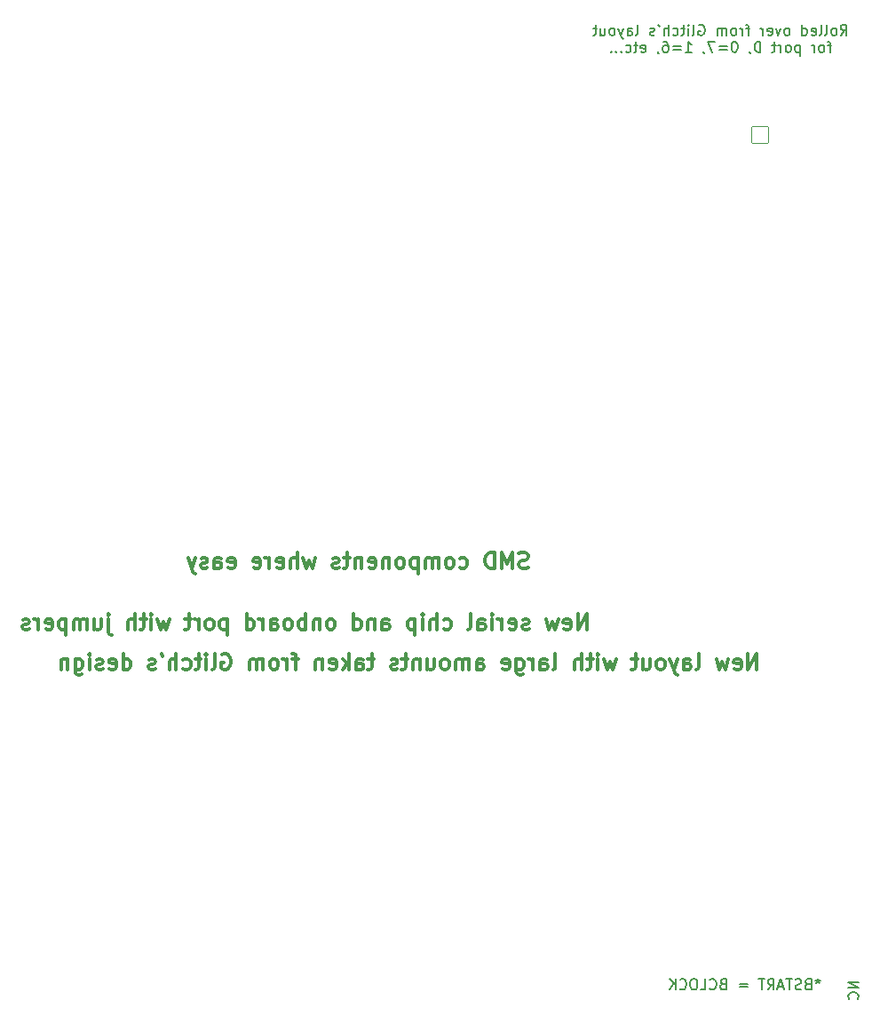
<source format=gbo>
%TF.GenerationSoftware,KiCad,Pcbnew,(6.0.0)*%
%TF.CreationDate,2022-03-15T02:00:18-04:00*%
%TF.ProjectId,R6501Q SBC,52363530-3151-4205-9342-432e6b696361,rev?*%
%TF.SameCoordinates,Original*%
%TF.FileFunction,Legend,Bot*%
%TF.FilePolarity,Positive*%
%FSLAX46Y46*%
G04 Gerber Fmt 4.6, Leading zero omitted, Abs format (unit mm)*
G04 Created by KiCad (PCBNEW (6.0.0)) date 2022-03-15 02:00:18*
%MOMM*%
%LPD*%
G01*
G04 APERTURE LIST*
G04 Aperture macros list*
%AMRoundRect*
0 Rectangle with rounded corners*
0 $1 Rounding radius*
0 $2 $3 $4 $5 $6 $7 $8 $9 X,Y pos of 4 corners*
0 Add a 4 corners polygon primitive as box body*
4,1,4,$2,$3,$4,$5,$6,$7,$8,$9,$2,$3,0*
0 Add four circle primitives for the rounded corners*
1,1,$1+$1,$2,$3*
1,1,$1+$1,$4,$5*
1,1,$1+$1,$6,$7*
1,1,$1+$1,$8,$9*
0 Add four rect primitives between the rounded corners*
20,1,$1+$1,$2,$3,$4,$5,0*
20,1,$1+$1,$4,$5,$6,$7,0*
20,1,$1+$1,$6,$7,$8,$9,0*
20,1,$1+$1,$8,$9,$2,$3,0*%
G04 Aperture macros list end*
%ADD10C,0.300000*%
%ADD11C,0.150000*%
%ADD12R,1.300000X1.300000*%
%ADD13C,1.300000*%
%ADD14R,1.600000X1.600000*%
%ADD15O,1.600000X1.600000*%
%ADD16R,1.700000X1.700000*%
%ADD17O,1.700000X1.700000*%
%ADD18C,1.500000*%
%ADD19C,4.800000*%
%ADD20C,5.600000*%
%ADD21C,1.700000*%
%ADD22C,3.500000*%
%ADD23C,2.100000*%
%ADD24C,1.750000*%
%ADD25RoundRect,0.050800X-0.800100X-0.800100X0.800100X-0.800100X0.800100X0.800100X-0.800100X0.800100X0*%
%ADD26C,1.701800*%
%ADD27C,1.600000*%
G04 APERTURE END LIST*
D10*
X135304571Y-90777142D02*
X135090285Y-90848571D01*
X134733142Y-90848571D01*
X134590285Y-90777142D01*
X134518857Y-90705714D01*
X134447428Y-90562857D01*
X134447428Y-90420000D01*
X134518857Y-90277142D01*
X134590285Y-90205714D01*
X134733142Y-90134285D01*
X135018857Y-90062857D01*
X135161714Y-89991428D01*
X135233142Y-89920000D01*
X135304571Y-89777142D01*
X135304571Y-89634285D01*
X135233142Y-89491428D01*
X135161714Y-89420000D01*
X135018857Y-89348571D01*
X134661714Y-89348571D01*
X134447428Y-89420000D01*
X133804571Y-90848571D02*
X133804571Y-89348571D01*
X133304571Y-90420000D01*
X132804571Y-89348571D01*
X132804571Y-90848571D01*
X132090285Y-90848571D02*
X132090285Y-89348571D01*
X131733142Y-89348571D01*
X131518857Y-89420000D01*
X131376000Y-89562857D01*
X131304571Y-89705714D01*
X131233142Y-89991428D01*
X131233142Y-90205714D01*
X131304571Y-90491428D01*
X131376000Y-90634285D01*
X131518857Y-90777142D01*
X131733142Y-90848571D01*
X132090285Y-90848571D01*
X128804571Y-90777142D02*
X128947428Y-90848571D01*
X129233142Y-90848571D01*
X129376000Y-90777142D01*
X129447428Y-90705714D01*
X129518857Y-90562857D01*
X129518857Y-90134285D01*
X129447428Y-89991428D01*
X129376000Y-89920000D01*
X129233142Y-89848571D01*
X128947428Y-89848571D01*
X128804571Y-89920000D01*
X127947428Y-90848571D02*
X128090285Y-90777142D01*
X128161714Y-90705714D01*
X128233142Y-90562857D01*
X128233142Y-90134285D01*
X128161714Y-89991428D01*
X128090285Y-89920000D01*
X127947428Y-89848571D01*
X127733142Y-89848571D01*
X127590285Y-89920000D01*
X127518857Y-89991428D01*
X127447428Y-90134285D01*
X127447428Y-90562857D01*
X127518857Y-90705714D01*
X127590285Y-90777142D01*
X127733142Y-90848571D01*
X127947428Y-90848571D01*
X126804571Y-90848571D02*
X126804571Y-89848571D01*
X126804571Y-89991428D02*
X126733142Y-89920000D01*
X126590285Y-89848571D01*
X126376000Y-89848571D01*
X126233142Y-89920000D01*
X126161714Y-90062857D01*
X126161714Y-90848571D01*
X126161714Y-90062857D02*
X126090285Y-89920000D01*
X125947428Y-89848571D01*
X125733142Y-89848571D01*
X125590285Y-89920000D01*
X125518857Y-90062857D01*
X125518857Y-90848571D01*
X124804571Y-89848571D02*
X124804571Y-91348571D01*
X124804571Y-89920000D02*
X124661714Y-89848571D01*
X124376000Y-89848571D01*
X124233142Y-89920000D01*
X124161714Y-89991428D01*
X124090285Y-90134285D01*
X124090285Y-90562857D01*
X124161714Y-90705714D01*
X124233142Y-90777142D01*
X124376000Y-90848571D01*
X124661714Y-90848571D01*
X124804571Y-90777142D01*
X123233142Y-90848571D02*
X123376000Y-90777142D01*
X123447428Y-90705714D01*
X123518857Y-90562857D01*
X123518857Y-90134285D01*
X123447428Y-89991428D01*
X123376000Y-89920000D01*
X123233142Y-89848571D01*
X123018857Y-89848571D01*
X122876000Y-89920000D01*
X122804571Y-89991428D01*
X122733142Y-90134285D01*
X122733142Y-90562857D01*
X122804571Y-90705714D01*
X122876000Y-90777142D01*
X123018857Y-90848571D01*
X123233142Y-90848571D01*
X122090285Y-89848571D02*
X122090285Y-90848571D01*
X122090285Y-89991428D02*
X122018857Y-89920000D01*
X121876000Y-89848571D01*
X121661714Y-89848571D01*
X121518857Y-89920000D01*
X121447428Y-90062857D01*
X121447428Y-90848571D01*
X120161714Y-90777142D02*
X120304571Y-90848571D01*
X120590285Y-90848571D01*
X120733142Y-90777142D01*
X120804571Y-90634285D01*
X120804571Y-90062857D01*
X120733142Y-89920000D01*
X120590285Y-89848571D01*
X120304571Y-89848571D01*
X120161714Y-89920000D01*
X120090285Y-90062857D01*
X120090285Y-90205714D01*
X120804571Y-90348571D01*
X119447428Y-89848571D02*
X119447428Y-90848571D01*
X119447428Y-89991428D02*
X119376000Y-89920000D01*
X119233142Y-89848571D01*
X119018857Y-89848571D01*
X118876000Y-89920000D01*
X118804571Y-90062857D01*
X118804571Y-90848571D01*
X118304571Y-89848571D02*
X117733142Y-89848571D01*
X118090285Y-89348571D02*
X118090285Y-90634285D01*
X118018857Y-90777142D01*
X117876000Y-90848571D01*
X117733142Y-90848571D01*
X117304571Y-90777142D02*
X117161714Y-90848571D01*
X116876000Y-90848571D01*
X116733142Y-90777142D01*
X116661714Y-90634285D01*
X116661714Y-90562857D01*
X116733142Y-90420000D01*
X116876000Y-90348571D01*
X117090285Y-90348571D01*
X117233142Y-90277142D01*
X117304571Y-90134285D01*
X117304571Y-90062857D01*
X117233142Y-89920000D01*
X117090285Y-89848571D01*
X116876000Y-89848571D01*
X116733142Y-89920000D01*
X115018857Y-89848571D02*
X114733142Y-90848571D01*
X114447428Y-90134285D01*
X114161714Y-90848571D01*
X113876000Y-89848571D01*
X113304571Y-90848571D02*
X113304571Y-89348571D01*
X112661714Y-90848571D02*
X112661714Y-90062857D01*
X112733142Y-89920000D01*
X112876000Y-89848571D01*
X113090285Y-89848571D01*
X113233142Y-89920000D01*
X113304571Y-89991428D01*
X111376000Y-90777142D02*
X111518857Y-90848571D01*
X111804571Y-90848571D01*
X111947428Y-90777142D01*
X112018857Y-90634285D01*
X112018857Y-90062857D01*
X111947428Y-89920000D01*
X111804571Y-89848571D01*
X111518857Y-89848571D01*
X111376000Y-89920000D01*
X111304571Y-90062857D01*
X111304571Y-90205714D01*
X112018857Y-90348571D01*
X110661714Y-90848571D02*
X110661714Y-89848571D01*
X110661714Y-90134285D02*
X110590285Y-89991428D01*
X110518857Y-89920000D01*
X110376000Y-89848571D01*
X110233142Y-89848571D01*
X109161714Y-90777142D02*
X109304571Y-90848571D01*
X109590285Y-90848571D01*
X109733142Y-90777142D01*
X109804571Y-90634285D01*
X109804571Y-90062857D01*
X109733142Y-89920000D01*
X109590285Y-89848571D01*
X109304571Y-89848571D01*
X109161714Y-89920000D01*
X109090285Y-90062857D01*
X109090285Y-90205714D01*
X109804571Y-90348571D01*
X106733142Y-90777142D02*
X106876000Y-90848571D01*
X107161714Y-90848571D01*
X107304571Y-90777142D01*
X107376000Y-90634285D01*
X107376000Y-90062857D01*
X107304571Y-89920000D01*
X107161714Y-89848571D01*
X106876000Y-89848571D01*
X106733142Y-89920000D01*
X106661714Y-90062857D01*
X106661714Y-90205714D01*
X107376000Y-90348571D01*
X105376000Y-90848571D02*
X105376000Y-90062857D01*
X105447428Y-89920000D01*
X105590285Y-89848571D01*
X105876000Y-89848571D01*
X106018857Y-89920000D01*
X105376000Y-90777142D02*
X105518857Y-90848571D01*
X105876000Y-90848571D01*
X106018857Y-90777142D01*
X106090285Y-90634285D01*
X106090285Y-90491428D01*
X106018857Y-90348571D01*
X105876000Y-90277142D01*
X105518857Y-90277142D01*
X105376000Y-90205714D01*
X104733142Y-90777142D02*
X104590285Y-90848571D01*
X104304571Y-90848571D01*
X104161714Y-90777142D01*
X104090285Y-90634285D01*
X104090285Y-90562857D01*
X104161714Y-90420000D01*
X104304571Y-90348571D01*
X104518857Y-90348571D01*
X104661714Y-90277142D01*
X104733142Y-90134285D01*
X104733142Y-90062857D01*
X104661714Y-89920000D01*
X104518857Y-89848571D01*
X104304571Y-89848571D01*
X104161714Y-89920000D01*
X103590285Y-89848571D02*
X103233142Y-90848571D01*
X102876000Y-89848571D02*
X103233142Y-90848571D01*
X103376000Y-91205714D01*
X103447428Y-91277142D01*
X103590285Y-91348571D01*
D11*
X165122380Y-40033380D02*
X165455714Y-39557190D01*
X165693809Y-40033380D02*
X165693809Y-39033380D01*
X165312857Y-39033380D01*
X165217619Y-39081000D01*
X165170000Y-39128619D01*
X165122380Y-39223857D01*
X165122380Y-39366714D01*
X165170000Y-39461952D01*
X165217619Y-39509571D01*
X165312857Y-39557190D01*
X165693809Y-39557190D01*
X164550952Y-40033380D02*
X164646190Y-39985761D01*
X164693809Y-39938142D01*
X164741428Y-39842904D01*
X164741428Y-39557190D01*
X164693809Y-39461952D01*
X164646190Y-39414333D01*
X164550952Y-39366714D01*
X164408095Y-39366714D01*
X164312857Y-39414333D01*
X164265238Y-39461952D01*
X164217619Y-39557190D01*
X164217619Y-39842904D01*
X164265238Y-39938142D01*
X164312857Y-39985761D01*
X164408095Y-40033380D01*
X164550952Y-40033380D01*
X163646190Y-40033380D02*
X163741428Y-39985761D01*
X163789047Y-39890523D01*
X163789047Y-39033380D01*
X163122380Y-40033380D02*
X163217619Y-39985761D01*
X163265238Y-39890523D01*
X163265238Y-39033380D01*
X162360476Y-39985761D02*
X162455714Y-40033380D01*
X162646190Y-40033380D01*
X162741428Y-39985761D01*
X162789047Y-39890523D01*
X162789047Y-39509571D01*
X162741428Y-39414333D01*
X162646190Y-39366714D01*
X162455714Y-39366714D01*
X162360476Y-39414333D01*
X162312857Y-39509571D01*
X162312857Y-39604809D01*
X162789047Y-39700047D01*
X161455714Y-40033380D02*
X161455714Y-39033380D01*
X161455714Y-39985761D02*
X161550952Y-40033380D01*
X161741428Y-40033380D01*
X161836666Y-39985761D01*
X161884285Y-39938142D01*
X161931904Y-39842904D01*
X161931904Y-39557190D01*
X161884285Y-39461952D01*
X161836666Y-39414333D01*
X161741428Y-39366714D01*
X161550952Y-39366714D01*
X161455714Y-39414333D01*
X160074761Y-40033380D02*
X160170000Y-39985761D01*
X160217619Y-39938142D01*
X160265238Y-39842904D01*
X160265238Y-39557190D01*
X160217619Y-39461952D01*
X160170000Y-39414333D01*
X160074761Y-39366714D01*
X159931904Y-39366714D01*
X159836666Y-39414333D01*
X159789047Y-39461952D01*
X159741428Y-39557190D01*
X159741428Y-39842904D01*
X159789047Y-39938142D01*
X159836666Y-39985761D01*
X159931904Y-40033380D01*
X160074761Y-40033380D01*
X159408095Y-39366714D02*
X159170000Y-40033380D01*
X158931904Y-39366714D01*
X158170000Y-39985761D02*
X158265238Y-40033380D01*
X158455714Y-40033380D01*
X158550952Y-39985761D01*
X158598571Y-39890523D01*
X158598571Y-39509571D01*
X158550952Y-39414333D01*
X158455714Y-39366714D01*
X158265238Y-39366714D01*
X158170000Y-39414333D01*
X158122380Y-39509571D01*
X158122380Y-39604809D01*
X158598571Y-39700047D01*
X157693809Y-40033380D02*
X157693809Y-39366714D01*
X157693809Y-39557190D02*
X157646190Y-39461952D01*
X157598571Y-39414333D01*
X157503333Y-39366714D01*
X157408095Y-39366714D01*
X156455714Y-39366714D02*
X156074761Y-39366714D01*
X156312857Y-40033380D02*
X156312857Y-39176238D01*
X156265238Y-39081000D01*
X156170000Y-39033380D01*
X156074761Y-39033380D01*
X155741428Y-40033380D02*
X155741428Y-39366714D01*
X155741428Y-39557190D02*
X155693809Y-39461952D01*
X155646190Y-39414333D01*
X155550952Y-39366714D01*
X155455714Y-39366714D01*
X154979523Y-40033380D02*
X155074761Y-39985761D01*
X155122380Y-39938142D01*
X155170000Y-39842904D01*
X155170000Y-39557190D01*
X155122380Y-39461952D01*
X155074761Y-39414333D01*
X154979523Y-39366714D01*
X154836666Y-39366714D01*
X154741428Y-39414333D01*
X154693809Y-39461952D01*
X154646190Y-39557190D01*
X154646190Y-39842904D01*
X154693809Y-39938142D01*
X154741428Y-39985761D01*
X154836666Y-40033380D01*
X154979523Y-40033380D01*
X154217619Y-40033380D02*
X154217619Y-39366714D01*
X154217619Y-39461952D02*
X154170000Y-39414333D01*
X154074761Y-39366714D01*
X153931904Y-39366714D01*
X153836666Y-39414333D01*
X153789047Y-39509571D01*
X153789047Y-40033380D01*
X153789047Y-39509571D02*
X153741428Y-39414333D01*
X153646190Y-39366714D01*
X153503333Y-39366714D01*
X153408095Y-39414333D01*
X153360476Y-39509571D01*
X153360476Y-40033380D01*
X151598571Y-39081000D02*
X151693809Y-39033380D01*
X151836666Y-39033380D01*
X151979523Y-39081000D01*
X152074761Y-39176238D01*
X152122380Y-39271476D01*
X152170000Y-39461952D01*
X152170000Y-39604809D01*
X152122380Y-39795285D01*
X152074761Y-39890523D01*
X151979523Y-39985761D01*
X151836666Y-40033380D01*
X151741428Y-40033380D01*
X151598571Y-39985761D01*
X151550952Y-39938142D01*
X151550952Y-39604809D01*
X151741428Y-39604809D01*
X150979523Y-40033380D02*
X151074761Y-39985761D01*
X151122380Y-39890523D01*
X151122380Y-39033380D01*
X150598571Y-40033380D02*
X150598571Y-39366714D01*
X150598571Y-39033380D02*
X150646190Y-39081000D01*
X150598571Y-39128619D01*
X150550952Y-39081000D01*
X150598571Y-39033380D01*
X150598571Y-39128619D01*
X150265238Y-39366714D02*
X149884285Y-39366714D01*
X150122380Y-39033380D02*
X150122380Y-39890523D01*
X150074761Y-39985761D01*
X149979523Y-40033380D01*
X149884285Y-40033380D01*
X149122380Y-39985761D02*
X149217619Y-40033380D01*
X149408095Y-40033380D01*
X149503333Y-39985761D01*
X149550952Y-39938142D01*
X149598571Y-39842904D01*
X149598571Y-39557190D01*
X149550952Y-39461952D01*
X149503333Y-39414333D01*
X149408095Y-39366714D01*
X149217619Y-39366714D01*
X149122380Y-39414333D01*
X148693809Y-40033380D02*
X148693809Y-39033380D01*
X148265238Y-40033380D02*
X148265238Y-39509571D01*
X148312857Y-39414333D01*
X148408095Y-39366714D01*
X148550952Y-39366714D01*
X148646190Y-39414333D01*
X148693809Y-39461952D01*
X147741428Y-39033380D02*
X147836666Y-39223857D01*
X147360476Y-39985761D02*
X147265238Y-40033380D01*
X147074761Y-40033380D01*
X146979523Y-39985761D01*
X146931904Y-39890523D01*
X146931904Y-39842904D01*
X146979523Y-39747666D01*
X147074761Y-39700047D01*
X147217619Y-39700047D01*
X147312857Y-39652428D01*
X147360476Y-39557190D01*
X147360476Y-39509571D01*
X147312857Y-39414333D01*
X147217619Y-39366714D01*
X147074761Y-39366714D01*
X146979523Y-39414333D01*
X145598571Y-40033380D02*
X145693809Y-39985761D01*
X145741428Y-39890523D01*
X145741428Y-39033380D01*
X144789047Y-40033380D02*
X144789047Y-39509571D01*
X144836666Y-39414333D01*
X144931904Y-39366714D01*
X145122380Y-39366714D01*
X145217619Y-39414333D01*
X144789047Y-39985761D02*
X144884285Y-40033380D01*
X145122380Y-40033380D01*
X145217619Y-39985761D01*
X145265238Y-39890523D01*
X145265238Y-39795285D01*
X145217619Y-39700047D01*
X145122380Y-39652428D01*
X144884285Y-39652428D01*
X144789047Y-39604809D01*
X144408095Y-39366714D02*
X144170000Y-40033380D01*
X143931904Y-39366714D02*
X144170000Y-40033380D01*
X144265238Y-40271476D01*
X144312857Y-40319095D01*
X144408095Y-40366714D01*
X143408095Y-40033380D02*
X143503333Y-39985761D01*
X143550952Y-39938142D01*
X143598571Y-39842904D01*
X143598571Y-39557190D01*
X143550952Y-39461952D01*
X143503333Y-39414333D01*
X143408095Y-39366714D01*
X143265238Y-39366714D01*
X143170000Y-39414333D01*
X143122380Y-39461952D01*
X143074761Y-39557190D01*
X143074761Y-39842904D01*
X143122380Y-39938142D01*
X143170000Y-39985761D01*
X143265238Y-40033380D01*
X143408095Y-40033380D01*
X142217619Y-39366714D02*
X142217619Y-40033380D01*
X142646190Y-39366714D02*
X142646190Y-39890523D01*
X142598571Y-39985761D01*
X142503333Y-40033380D01*
X142360476Y-40033380D01*
X142265238Y-39985761D01*
X142217619Y-39938142D01*
X141884285Y-39366714D02*
X141503333Y-39366714D01*
X141741428Y-39033380D02*
X141741428Y-39890523D01*
X141693809Y-39985761D01*
X141598571Y-40033380D01*
X141503333Y-40033380D01*
X164241428Y-40976714D02*
X163860476Y-40976714D01*
X164098571Y-41643380D02*
X164098571Y-40786238D01*
X164050952Y-40691000D01*
X163955714Y-40643380D01*
X163860476Y-40643380D01*
X163384285Y-41643380D02*
X163479523Y-41595761D01*
X163527142Y-41548142D01*
X163574761Y-41452904D01*
X163574761Y-41167190D01*
X163527142Y-41071952D01*
X163479523Y-41024333D01*
X163384285Y-40976714D01*
X163241428Y-40976714D01*
X163146190Y-41024333D01*
X163098571Y-41071952D01*
X163050952Y-41167190D01*
X163050952Y-41452904D01*
X163098571Y-41548142D01*
X163146190Y-41595761D01*
X163241428Y-41643380D01*
X163384285Y-41643380D01*
X162622380Y-41643380D02*
X162622380Y-40976714D01*
X162622380Y-41167190D02*
X162574761Y-41071952D01*
X162527142Y-41024333D01*
X162431904Y-40976714D01*
X162336666Y-40976714D01*
X161241428Y-40976714D02*
X161241428Y-41976714D01*
X161241428Y-41024333D02*
X161146190Y-40976714D01*
X160955714Y-40976714D01*
X160860476Y-41024333D01*
X160812857Y-41071952D01*
X160765238Y-41167190D01*
X160765238Y-41452904D01*
X160812857Y-41548142D01*
X160860476Y-41595761D01*
X160955714Y-41643380D01*
X161146190Y-41643380D01*
X161241428Y-41595761D01*
X160193809Y-41643380D02*
X160289047Y-41595761D01*
X160336666Y-41548142D01*
X160384285Y-41452904D01*
X160384285Y-41167190D01*
X160336666Y-41071952D01*
X160289047Y-41024333D01*
X160193809Y-40976714D01*
X160050952Y-40976714D01*
X159955714Y-41024333D01*
X159908095Y-41071952D01*
X159860476Y-41167190D01*
X159860476Y-41452904D01*
X159908095Y-41548142D01*
X159955714Y-41595761D01*
X160050952Y-41643380D01*
X160193809Y-41643380D01*
X159431904Y-41643380D02*
X159431904Y-40976714D01*
X159431904Y-41167190D02*
X159384285Y-41071952D01*
X159336666Y-41024333D01*
X159241428Y-40976714D01*
X159146190Y-40976714D01*
X158955714Y-40976714D02*
X158574761Y-40976714D01*
X158812857Y-40643380D02*
X158812857Y-41500523D01*
X158765238Y-41595761D01*
X158670000Y-41643380D01*
X158574761Y-41643380D01*
X157479523Y-41643380D02*
X157479523Y-40643380D01*
X157241428Y-40643380D01*
X157098571Y-40691000D01*
X157003333Y-40786238D01*
X156955714Y-40881476D01*
X156908095Y-41071952D01*
X156908095Y-41214809D01*
X156955714Y-41405285D01*
X157003333Y-41500523D01*
X157098571Y-41595761D01*
X157241428Y-41643380D01*
X157479523Y-41643380D01*
X156431904Y-41595761D02*
X156431904Y-41643380D01*
X156479523Y-41738619D01*
X156527142Y-41786238D01*
X155050952Y-40643380D02*
X154955714Y-40643380D01*
X154860476Y-40691000D01*
X154812857Y-40738619D01*
X154765238Y-40833857D01*
X154717619Y-41024333D01*
X154717619Y-41262428D01*
X154765238Y-41452904D01*
X154812857Y-41548142D01*
X154860476Y-41595761D01*
X154955714Y-41643380D01*
X155050952Y-41643380D01*
X155146190Y-41595761D01*
X155193809Y-41548142D01*
X155241428Y-41452904D01*
X155289047Y-41262428D01*
X155289047Y-41024333D01*
X155241428Y-40833857D01*
X155193809Y-40738619D01*
X155146190Y-40691000D01*
X155050952Y-40643380D01*
X154289047Y-41119571D02*
X153527142Y-41119571D01*
X153527142Y-41405285D02*
X154289047Y-41405285D01*
X153146190Y-40643380D02*
X152479523Y-40643380D01*
X152908095Y-41643380D01*
X152050952Y-41595761D02*
X152050952Y-41643380D01*
X152098571Y-41738619D01*
X152146190Y-41786238D01*
X150336666Y-41643380D02*
X150908095Y-41643380D01*
X150622380Y-41643380D02*
X150622380Y-40643380D01*
X150717619Y-40786238D01*
X150812857Y-40881476D01*
X150908095Y-40929095D01*
X149908095Y-41119571D02*
X149146190Y-41119571D01*
X149146190Y-41405285D02*
X149908095Y-41405285D01*
X148241428Y-40643380D02*
X148431904Y-40643380D01*
X148527142Y-40691000D01*
X148574761Y-40738619D01*
X148670000Y-40881476D01*
X148717619Y-41071952D01*
X148717619Y-41452904D01*
X148670000Y-41548142D01*
X148622380Y-41595761D01*
X148527142Y-41643380D01*
X148336666Y-41643380D01*
X148241428Y-41595761D01*
X148193809Y-41548142D01*
X148146190Y-41452904D01*
X148146190Y-41214809D01*
X148193809Y-41119571D01*
X148241428Y-41071952D01*
X148336666Y-41024333D01*
X148527142Y-41024333D01*
X148622380Y-41071952D01*
X148670000Y-41119571D01*
X148717619Y-41214809D01*
X147670000Y-41595761D02*
X147670000Y-41643380D01*
X147717619Y-41738619D01*
X147765238Y-41786238D01*
X146098571Y-41595761D02*
X146193809Y-41643380D01*
X146384285Y-41643380D01*
X146479523Y-41595761D01*
X146527142Y-41500523D01*
X146527142Y-41119571D01*
X146479523Y-41024333D01*
X146384285Y-40976714D01*
X146193809Y-40976714D01*
X146098571Y-41024333D01*
X146050952Y-41119571D01*
X146050952Y-41214809D01*
X146527142Y-41310047D01*
X145765238Y-40976714D02*
X145384285Y-40976714D01*
X145622380Y-40643380D02*
X145622380Y-41500523D01*
X145574761Y-41595761D01*
X145479523Y-41643380D01*
X145384285Y-41643380D01*
X144622380Y-41595761D02*
X144717619Y-41643380D01*
X144908095Y-41643380D01*
X145003333Y-41595761D01*
X145050952Y-41548142D01*
X145098571Y-41452904D01*
X145098571Y-41167190D01*
X145050952Y-41071952D01*
X145003333Y-41024333D01*
X144908095Y-40976714D01*
X144717619Y-40976714D01*
X144622380Y-41024333D01*
X144193809Y-41548142D02*
X144146190Y-41595761D01*
X144193809Y-41643380D01*
X144241428Y-41595761D01*
X144193809Y-41548142D01*
X144193809Y-41643380D01*
X143717619Y-41548142D02*
X143670000Y-41595761D01*
X143717619Y-41643380D01*
X143765238Y-41595761D01*
X143717619Y-41548142D01*
X143717619Y-41643380D01*
X143241428Y-41548142D02*
X143193809Y-41595761D01*
X143241428Y-41643380D01*
X143289047Y-41595761D01*
X143241428Y-41548142D01*
X143241428Y-41643380D01*
X162932190Y-130008380D02*
X162932190Y-130246476D01*
X163170285Y-130151238D02*
X162932190Y-130246476D01*
X162694095Y-130151238D01*
X163075047Y-130436952D02*
X162932190Y-130246476D01*
X162789333Y-130436952D01*
X161979809Y-130484571D02*
X161836952Y-130532190D01*
X161789333Y-130579809D01*
X161741714Y-130675047D01*
X161741714Y-130817904D01*
X161789333Y-130913142D01*
X161836952Y-130960761D01*
X161932190Y-131008380D01*
X162313142Y-131008380D01*
X162313142Y-130008380D01*
X161979809Y-130008380D01*
X161884571Y-130056000D01*
X161836952Y-130103619D01*
X161789333Y-130198857D01*
X161789333Y-130294095D01*
X161836952Y-130389333D01*
X161884571Y-130436952D01*
X161979809Y-130484571D01*
X162313142Y-130484571D01*
X161360761Y-130960761D02*
X161217904Y-131008380D01*
X160979809Y-131008380D01*
X160884571Y-130960761D01*
X160836952Y-130913142D01*
X160789333Y-130817904D01*
X160789333Y-130722666D01*
X160836952Y-130627428D01*
X160884571Y-130579809D01*
X160979809Y-130532190D01*
X161170285Y-130484571D01*
X161265523Y-130436952D01*
X161313142Y-130389333D01*
X161360761Y-130294095D01*
X161360761Y-130198857D01*
X161313142Y-130103619D01*
X161265523Y-130056000D01*
X161170285Y-130008380D01*
X160932190Y-130008380D01*
X160789333Y-130056000D01*
X160503619Y-130008380D02*
X159932190Y-130008380D01*
X160217904Y-131008380D02*
X160217904Y-130008380D01*
X159646476Y-130722666D02*
X159170285Y-130722666D01*
X159741714Y-131008380D02*
X159408380Y-130008380D01*
X159075047Y-131008380D01*
X158170285Y-131008380D02*
X158503619Y-130532190D01*
X158741714Y-131008380D02*
X158741714Y-130008380D01*
X158360761Y-130008380D01*
X158265523Y-130056000D01*
X158217904Y-130103619D01*
X158170285Y-130198857D01*
X158170285Y-130341714D01*
X158217904Y-130436952D01*
X158265523Y-130484571D01*
X158360761Y-130532190D01*
X158741714Y-130532190D01*
X157884571Y-130008380D02*
X157313142Y-130008380D01*
X157598857Y-131008380D02*
X157598857Y-130008380D01*
X156217904Y-130484571D02*
X155456000Y-130484571D01*
X155456000Y-130770285D02*
X156217904Y-130770285D01*
X153884571Y-130484571D02*
X153741714Y-130532190D01*
X153694095Y-130579809D01*
X153646476Y-130675047D01*
X153646476Y-130817904D01*
X153694095Y-130913142D01*
X153741714Y-130960761D01*
X153836952Y-131008380D01*
X154217904Y-131008380D01*
X154217904Y-130008380D01*
X153884571Y-130008380D01*
X153789333Y-130056000D01*
X153741714Y-130103619D01*
X153694095Y-130198857D01*
X153694095Y-130294095D01*
X153741714Y-130389333D01*
X153789333Y-130436952D01*
X153884571Y-130484571D01*
X154217904Y-130484571D01*
X152646476Y-130913142D02*
X152694095Y-130960761D01*
X152836952Y-131008380D01*
X152932190Y-131008380D01*
X153075047Y-130960761D01*
X153170285Y-130865523D01*
X153217904Y-130770285D01*
X153265523Y-130579809D01*
X153265523Y-130436952D01*
X153217904Y-130246476D01*
X153170285Y-130151238D01*
X153075047Y-130056000D01*
X152932190Y-130008380D01*
X152836952Y-130008380D01*
X152694095Y-130056000D01*
X152646476Y-130103619D01*
X151741714Y-131008380D02*
X152217904Y-131008380D01*
X152217904Y-130008380D01*
X151217904Y-130008380D02*
X151027428Y-130008380D01*
X150932190Y-130056000D01*
X150836952Y-130151238D01*
X150789333Y-130341714D01*
X150789333Y-130675047D01*
X150836952Y-130865523D01*
X150932190Y-130960761D01*
X151027428Y-131008380D01*
X151217904Y-131008380D01*
X151313142Y-130960761D01*
X151408380Y-130865523D01*
X151456000Y-130675047D01*
X151456000Y-130341714D01*
X151408380Y-130151238D01*
X151313142Y-130056000D01*
X151217904Y-130008380D01*
X149789333Y-130913142D02*
X149836952Y-130960761D01*
X149979809Y-131008380D01*
X150075047Y-131008380D01*
X150217904Y-130960761D01*
X150313142Y-130865523D01*
X150360761Y-130770285D01*
X150408380Y-130579809D01*
X150408380Y-130436952D01*
X150360761Y-130246476D01*
X150313142Y-130151238D01*
X150217904Y-130056000D01*
X150075047Y-130008380D01*
X149979809Y-130008380D01*
X149836952Y-130056000D01*
X149789333Y-130103619D01*
X149360761Y-131008380D02*
X149360761Y-130008380D01*
X148789333Y-131008380D02*
X149217904Y-130436952D01*
X148789333Y-130008380D02*
X149360761Y-130579809D01*
D10*
X157130571Y-100500571D02*
X157130571Y-99000571D01*
X156273428Y-100500571D01*
X156273428Y-99000571D01*
X154987714Y-100429142D02*
X155130571Y-100500571D01*
X155416285Y-100500571D01*
X155559142Y-100429142D01*
X155630571Y-100286285D01*
X155630571Y-99714857D01*
X155559142Y-99572000D01*
X155416285Y-99500571D01*
X155130571Y-99500571D01*
X154987714Y-99572000D01*
X154916285Y-99714857D01*
X154916285Y-99857714D01*
X155630571Y-100000571D01*
X154416285Y-99500571D02*
X154130571Y-100500571D01*
X153844857Y-99786285D01*
X153559142Y-100500571D01*
X153273428Y-99500571D01*
X151344857Y-100500571D02*
X151487714Y-100429142D01*
X151559142Y-100286285D01*
X151559142Y-99000571D01*
X150130571Y-100500571D02*
X150130571Y-99714857D01*
X150202000Y-99572000D01*
X150344857Y-99500571D01*
X150630571Y-99500571D01*
X150773428Y-99572000D01*
X150130571Y-100429142D02*
X150273428Y-100500571D01*
X150630571Y-100500571D01*
X150773428Y-100429142D01*
X150844857Y-100286285D01*
X150844857Y-100143428D01*
X150773428Y-100000571D01*
X150630571Y-99929142D01*
X150273428Y-99929142D01*
X150130571Y-99857714D01*
X149559142Y-99500571D02*
X149202000Y-100500571D01*
X148844857Y-99500571D02*
X149202000Y-100500571D01*
X149344857Y-100857714D01*
X149416285Y-100929142D01*
X149559142Y-101000571D01*
X148059142Y-100500571D02*
X148202000Y-100429142D01*
X148273428Y-100357714D01*
X148344857Y-100214857D01*
X148344857Y-99786285D01*
X148273428Y-99643428D01*
X148202000Y-99572000D01*
X148059142Y-99500571D01*
X147844857Y-99500571D01*
X147702000Y-99572000D01*
X147630571Y-99643428D01*
X147559142Y-99786285D01*
X147559142Y-100214857D01*
X147630571Y-100357714D01*
X147702000Y-100429142D01*
X147844857Y-100500571D01*
X148059142Y-100500571D01*
X146273428Y-99500571D02*
X146273428Y-100500571D01*
X146916285Y-99500571D02*
X146916285Y-100286285D01*
X146844857Y-100429142D01*
X146702000Y-100500571D01*
X146487714Y-100500571D01*
X146344857Y-100429142D01*
X146273428Y-100357714D01*
X145773428Y-99500571D02*
X145202000Y-99500571D01*
X145559142Y-99000571D02*
X145559142Y-100286285D01*
X145487714Y-100429142D01*
X145344857Y-100500571D01*
X145202000Y-100500571D01*
X143702000Y-99500571D02*
X143416285Y-100500571D01*
X143130571Y-99786285D01*
X142844857Y-100500571D01*
X142559142Y-99500571D01*
X141987714Y-100500571D02*
X141987714Y-99500571D01*
X141987714Y-99000571D02*
X142059142Y-99072000D01*
X141987714Y-99143428D01*
X141916285Y-99072000D01*
X141987714Y-99000571D01*
X141987714Y-99143428D01*
X141487714Y-99500571D02*
X140916285Y-99500571D01*
X141273428Y-99000571D02*
X141273428Y-100286285D01*
X141202000Y-100429142D01*
X141059142Y-100500571D01*
X140916285Y-100500571D01*
X140416285Y-100500571D02*
X140416285Y-99000571D01*
X139773428Y-100500571D02*
X139773428Y-99714857D01*
X139844857Y-99572000D01*
X139987714Y-99500571D01*
X140202000Y-99500571D01*
X140344857Y-99572000D01*
X140416285Y-99643428D01*
X137702000Y-100500571D02*
X137844857Y-100429142D01*
X137916285Y-100286285D01*
X137916285Y-99000571D01*
X136487714Y-100500571D02*
X136487714Y-99714857D01*
X136559142Y-99572000D01*
X136702000Y-99500571D01*
X136987714Y-99500571D01*
X137130571Y-99572000D01*
X136487714Y-100429142D02*
X136630571Y-100500571D01*
X136987714Y-100500571D01*
X137130571Y-100429142D01*
X137202000Y-100286285D01*
X137202000Y-100143428D01*
X137130571Y-100000571D01*
X136987714Y-99929142D01*
X136630571Y-99929142D01*
X136487714Y-99857714D01*
X135773428Y-100500571D02*
X135773428Y-99500571D01*
X135773428Y-99786285D02*
X135702000Y-99643428D01*
X135630571Y-99572000D01*
X135487714Y-99500571D01*
X135344857Y-99500571D01*
X134202000Y-99500571D02*
X134202000Y-100714857D01*
X134273428Y-100857714D01*
X134344857Y-100929142D01*
X134487714Y-101000571D01*
X134702000Y-101000571D01*
X134844857Y-100929142D01*
X134202000Y-100429142D02*
X134344857Y-100500571D01*
X134630571Y-100500571D01*
X134773428Y-100429142D01*
X134844857Y-100357714D01*
X134916285Y-100214857D01*
X134916285Y-99786285D01*
X134844857Y-99643428D01*
X134773428Y-99572000D01*
X134630571Y-99500571D01*
X134344857Y-99500571D01*
X134202000Y-99572000D01*
X132916285Y-100429142D02*
X133059142Y-100500571D01*
X133344857Y-100500571D01*
X133487714Y-100429142D01*
X133559142Y-100286285D01*
X133559142Y-99714857D01*
X133487714Y-99572000D01*
X133344857Y-99500571D01*
X133059142Y-99500571D01*
X132916285Y-99572000D01*
X132844857Y-99714857D01*
X132844857Y-99857714D01*
X133559142Y-100000571D01*
X130416285Y-100500571D02*
X130416285Y-99714857D01*
X130487714Y-99572000D01*
X130630571Y-99500571D01*
X130916285Y-99500571D01*
X131059142Y-99572000D01*
X130416285Y-100429142D02*
X130559142Y-100500571D01*
X130916285Y-100500571D01*
X131059142Y-100429142D01*
X131130571Y-100286285D01*
X131130571Y-100143428D01*
X131059142Y-100000571D01*
X130916285Y-99929142D01*
X130559142Y-99929142D01*
X130416285Y-99857714D01*
X129702000Y-100500571D02*
X129702000Y-99500571D01*
X129702000Y-99643428D02*
X129630571Y-99572000D01*
X129487714Y-99500571D01*
X129273428Y-99500571D01*
X129130571Y-99572000D01*
X129059142Y-99714857D01*
X129059142Y-100500571D01*
X129059142Y-99714857D02*
X128987714Y-99572000D01*
X128844857Y-99500571D01*
X128630571Y-99500571D01*
X128487714Y-99572000D01*
X128416285Y-99714857D01*
X128416285Y-100500571D01*
X127487714Y-100500571D02*
X127630571Y-100429142D01*
X127702000Y-100357714D01*
X127773428Y-100214857D01*
X127773428Y-99786285D01*
X127702000Y-99643428D01*
X127630571Y-99572000D01*
X127487714Y-99500571D01*
X127273428Y-99500571D01*
X127130571Y-99572000D01*
X127059142Y-99643428D01*
X126987714Y-99786285D01*
X126987714Y-100214857D01*
X127059142Y-100357714D01*
X127130571Y-100429142D01*
X127273428Y-100500571D01*
X127487714Y-100500571D01*
X125702000Y-99500571D02*
X125702000Y-100500571D01*
X126344857Y-99500571D02*
X126344857Y-100286285D01*
X126273428Y-100429142D01*
X126130571Y-100500571D01*
X125916285Y-100500571D01*
X125773428Y-100429142D01*
X125702000Y-100357714D01*
X124987714Y-99500571D02*
X124987714Y-100500571D01*
X124987714Y-99643428D02*
X124916285Y-99572000D01*
X124773428Y-99500571D01*
X124559142Y-99500571D01*
X124416285Y-99572000D01*
X124344857Y-99714857D01*
X124344857Y-100500571D01*
X123844857Y-99500571D02*
X123273428Y-99500571D01*
X123630571Y-99000571D02*
X123630571Y-100286285D01*
X123559142Y-100429142D01*
X123416285Y-100500571D01*
X123273428Y-100500571D01*
X122844857Y-100429142D02*
X122701999Y-100500571D01*
X122416285Y-100500571D01*
X122273428Y-100429142D01*
X122201999Y-100286285D01*
X122201999Y-100214857D01*
X122273428Y-100072000D01*
X122416285Y-100000571D01*
X122630571Y-100000571D01*
X122773428Y-99929142D01*
X122844857Y-99786285D01*
X122844857Y-99714857D01*
X122773428Y-99572000D01*
X122630571Y-99500571D01*
X122416285Y-99500571D01*
X122273428Y-99572000D01*
X120630571Y-99500571D02*
X120059142Y-99500571D01*
X120416285Y-99000571D02*
X120416285Y-100286285D01*
X120344857Y-100429142D01*
X120202000Y-100500571D01*
X120059142Y-100500571D01*
X118916285Y-100500571D02*
X118916285Y-99714857D01*
X118987714Y-99572000D01*
X119130571Y-99500571D01*
X119416285Y-99500571D01*
X119559142Y-99572000D01*
X118916285Y-100429142D02*
X119059142Y-100500571D01*
X119416285Y-100500571D01*
X119559142Y-100429142D01*
X119630571Y-100286285D01*
X119630571Y-100143428D01*
X119559142Y-100000571D01*
X119416285Y-99929142D01*
X119059142Y-99929142D01*
X118916285Y-99857714D01*
X118201999Y-100500571D02*
X118201999Y-99000571D01*
X118059142Y-99929142D02*
X117630571Y-100500571D01*
X117630571Y-99500571D02*
X118201999Y-100072000D01*
X116416285Y-100429142D02*
X116559142Y-100500571D01*
X116844857Y-100500571D01*
X116987714Y-100429142D01*
X117059142Y-100286285D01*
X117059142Y-99714857D01*
X116987714Y-99572000D01*
X116844857Y-99500571D01*
X116559142Y-99500571D01*
X116416285Y-99572000D01*
X116344857Y-99714857D01*
X116344857Y-99857714D01*
X117059142Y-100000571D01*
X115701999Y-99500571D02*
X115701999Y-100500571D01*
X115701999Y-99643428D02*
X115630571Y-99572000D01*
X115487714Y-99500571D01*
X115273428Y-99500571D01*
X115130571Y-99572000D01*
X115059142Y-99714857D01*
X115059142Y-100500571D01*
X113416285Y-99500571D02*
X112844857Y-99500571D01*
X113201999Y-100500571D02*
X113201999Y-99214857D01*
X113130571Y-99072000D01*
X112987714Y-99000571D01*
X112844857Y-99000571D01*
X112344857Y-100500571D02*
X112344857Y-99500571D01*
X112344857Y-99786285D02*
X112273428Y-99643428D01*
X112201999Y-99572000D01*
X112059142Y-99500571D01*
X111916285Y-99500571D01*
X111201999Y-100500571D02*
X111344857Y-100429142D01*
X111416285Y-100357714D01*
X111487714Y-100214857D01*
X111487714Y-99786285D01*
X111416285Y-99643428D01*
X111344857Y-99572000D01*
X111201999Y-99500571D01*
X110987714Y-99500571D01*
X110844857Y-99572000D01*
X110773428Y-99643428D01*
X110701999Y-99786285D01*
X110701999Y-100214857D01*
X110773428Y-100357714D01*
X110844857Y-100429142D01*
X110987714Y-100500571D01*
X111201999Y-100500571D01*
X110059142Y-100500571D02*
X110059142Y-99500571D01*
X110059142Y-99643428D02*
X109987714Y-99572000D01*
X109844857Y-99500571D01*
X109630571Y-99500571D01*
X109487714Y-99572000D01*
X109416285Y-99714857D01*
X109416285Y-100500571D01*
X109416285Y-99714857D02*
X109344857Y-99572000D01*
X109201999Y-99500571D01*
X108987714Y-99500571D01*
X108844857Y-99572000D01*
X108773428Y-99714857D01*
X108773428Y-100500571D01*
X106130571Y-99072000D02*
X106273428Y-99000571D01*
X106487714Y-99000571D01*
X106701999Y-99072000D01*
X106844857Y-99214857D01*
X106916285Y-99357714D01*
X106987714Y-99643428D01*
X106987714Y-99857714D01*
X106916285Y-100143428D01*
X106844857Y-100286285D01*
X106701999Y-100429142D01*
X106487714Y-100500571D01*
X106344857Y-100500571D01*
X106130571Y-100429142D01*
X106059142Y-100357714D01*
X106059142Y-99857714D01*
X106344857Y-99857714D01*
X105201999Y-100500571D02*
X105344857Y-100429142D01*
X105416285Y-100286285D01*
X105416285Y-99000571D01*
X104630571Y-100500571D02*
X104630571Y-99500571D01*
X104630571Y-99000571D02*
X104701999Y-99072000D01*
X104630571Y-99143428D01*
X104559142Y-99072000D01*
X104630571Y-99000571D01*
X104630571Y-99143428D01*
X104130571Y-99500571D02*
X103559142Y-99500571D01*
X103916285Y-99000571D02*
X103916285Y-100286285D01*
X103844857Y-100429142D01*
X103701999Y-100500571D01*
X103559142Y-100500571D01*
X102416285Y-100429142D02*
X102559142Y-100500571D01*
X102844857Y-100500571D01*
X102987714Y-100429142D01*
X103059142Y-100357714D01*
X103130571Y-100214857D01*
X103130571Y-99786285D01*
X103059142Y-99643428D01*
X102987714Y-99572000D01*
X102844857Y-99500571D01*
X102559142Y-99500571D01*
X102416285Y-99572000D01*
X101773428Y-100500571D02*
X101773428Y-99000571D01*
X101130571Y-100500571D02*
X101130571Y-99714857D01*
X101201999Y-99572000D01*
X101344857Y-99500571D01*
X101559142Y-99500571D01*
X101701999Y-99572000D01*
X101773428Y-99643428D01*
X100344857Y-99000571D02*
X100487714Y-99286285D01*
X99773428Y-100429142D02*
X99630571Y-100500571D01*
X99344857Y-100500571D01*
X99201999Y-100429142D01*
X99130571Y-100286285D01*
X99130571Y-100214857D01*
X99201999Y-100072000D01*
X99344857Y-100000571D01*
X99559142Y-100000571D01*
X99701999Y-99929142D01*
X99773428Y-99786285D01*
X99773428Y-99714857D01*
X99701999Y-99572000D01*
X99559142Y-99500571D01*
X99344857Y-99500571D01*
X99201999Y-99572000D01*
X96701999Y-100500571D02*
X96701999Y-99000571D01*
X96701999Y-100429142D02*
X96844857Y-100500571D01*
X97130571Y-100500571D01*
X97273428Y-100429142D01*
X97344857Y-100357714D01*
X97416285Y-100214857D01*
X97416285Y-99786285D01*
X97344857Y-99643428D01*
X97273428Y-99572000D01*
X97130571Y-99500571D01*
X96844857Y-99500571D01*
X96701999Y-99572000D01*
X95416285Y-100429142D02*
X95559142Y-100500571D01*
X95844857Y-100500571D01*
X95987714Y-100429142D01*
X96059142Y-100286285D01*
X96059142Y-99714857D01*
X95987714Y-99572000D01*
X95844857Y-99500571D01*
X95559142Y-99500571D01*
X95416285Y-99572000D01*
X95344857Y-99714857D01*
X95344857Y-99857714D01*
X96059142Y-100000571D01*
X94773428Y-100429142D02*
X94630571Y-100500571D01*
X94344857Y-100500571D01*
X94201999Y-100429142D01*
X94130571Y-100286285D01*
X94130571Y-100214857D01*
X94201999Y-100072000D01*
X94344857Y-100000571D01*
X94559142Y-100000571D01*
X94701999Y-99929142D01*
X94773428Y-99786285D01*
X94773428Y-99714857D01*
X94701999Y-99572000D01*
X94559142Y-99500571D01*
X94344857Y-99500571D01*
X94201999Y-99572000D01*
X93487714Y-100500571D02*
X93487714Y-99500571D01*
X93487714Y-99000571D02*
X93559142Y-99072000D01*
X93487714Y-99143428D01*
X93416285Y-99072000D01*
X93487714Y-99000571D01*
X93487714Y-99143428D01*
X92130571Y-99500571D02*
X92130571Y-100714857D01*
X92201999Y-100857714D01*
X92273428Y-100929142D01*
X92416285Y-101000571D01*
X92630571Y-101000571D01*
X92773428Y-100929142D01*
X92130571Y-100429142D02*
X92273428Y-100500571D01*
X92559142Y-100500571D01*
X92701999Y-100429142D01*
X92773428Y-100357714D01*
X92844857Y-100214857D01*
X92844857Y-99786285D01*
X92773428Y-99643428D01*
X92701999Y-99572000D01*
X92559142Y-99500571D01*
X92273428Y-99500571D01*
X92130571Y-99572000D01*
X91416285Y-99500571D02*
X91416285Y-100500571D01*
X91416285Y-99643428D02*
X91344857Y-99572000D01*
X91201999Y-99500571D01*
X90987714Y-99500571D01*
X90844857Y-99572000D01*
X90773428Y-99714857D01*
X90773428Y-100500571D01*
D11*
X166822380Y-130278285D02*
X165822380Y-130278285D01*
X166822380Y-130849714D01*
X165822380Y-130849714D01*
X166727142Y-131897333D02*
X166774761Y-131849714D01*
X166822380Y-131706857D01*
X166822380Y-131611619D01*
X166774761Y-131468761D01*
X166679523Y-131373523D01*
X166584285Y-131325904D01*
X166393809Y-131278285D01*
X166250952Y-131278285D01*
X166060476Y-131325904D01*
X165965238Y-131373523D01*
X165870000Y-131468761D01*
X165822380Y-131611619D01*
X165822380Y-131706857D01*
X165870000Y-131849714D01*
X165917619Y-131897333D01*
D10*
X140903142Y-96690571D02*
X140903142Y-95190571D01*
X140046000Y-96690571D01*
X140046000Y-95190571D01*
X138760285Y-96619142D02*
X138903142Y-96690571D01*
X139188857Y-96690571D01*
X139331714Y-96619142D01*
X139403142Y-96476285D01*
X139403142Y-95904857D01*
X139331714Y-95762000D01*
X139188857Y-95690571D01*
X138903142Y-95690571D01*
X138760285Y-95762000D01*
X138688857Y-95904857D01*
X138688857Y-96047714D01*
X139403142Y-96190571D01*
X138188857Y-95690571D02*
X137903142Y-96690571D01*
X137617428Y-95976285D01*
X137331714Y-96690571D01*
X137046000Y-95690571D01*
X135403142Y-96619142D02*
X135260285Y-96690571D01*
X134974571Y-96690571D01*
X134831714Y-96619142D01*
X134760285Y-96476285D01*
X134760285Y-96404857D01*
X134831714Y-96262000D01*
X134974571Y-96190571D01*
X135188857Y-96190571D01*
X135331714Y-96119142D01*
X135403142Y-95976285D01*
X135403142Y-95904857D01*
X135331714Y-95762000D01*
X135188857Y-95690571D01*
X134974571Y-95690571D01*
X134831714Y-95762000D01*
X133546000Y-96619142D02*
X133688857Y-96690571D01*
X133974571Y-96690571D01*
X134117428Y-96619142D01*
X134188857Y-96476285D01*
X134188857Y-95904857D01*
X134117428Y-95762000D01*
X133974571Y-95690571D01*
X133688857Y-95690571D01*
X133546000Y-95762000D01*
X133474571Y-95904857D01*
X133474571Y-96047714D01*
X134188857Y-96190571D01*
X132831714Y-96690571D02*
X132831714Y-95690571D01*
X132831714Y-95976285D02*
X132760285Y-95833428D01*
X132688857Y-95762000D01*
X132546000Y-95690571D01*
X132403142Y-95690571D01*
X131903142Y-96690571D02*
X131903142Y-95690571D01*
X131903142Y-95190571D02*
X131974571Y-95262000D01*
X131903142Y-95333428D01*
X131831714Y-95262000D01*
X131903142Y-95190571D01*
X131903142Y-95333428D01*
X130546000Y-96690571D02*
X130546000Y-95904857D01*
X130617428Y-95762000D01*
X130760285Y-95690571D01*
X131046000Y-95690571D01*
X131188857Y-95762000D01*
X130546000Y-96619142D02*
X130688857Y-96690571D01*
X131046000Y-96690571D01*
X131188857Y-96619142D01*
X131260285Y-96476285D01*
X131260285Y-96333428D01*
X131188857Y-96190571D01*
X131046000Y-96119142D01*
X130688857Y-96119142D01*
X130546000Y-96047714D01*
X129617428Y-96690571D02*
X129760285Y-96619142D01*
X129831714Y-96476285D01*
X129831714Y-95190571D01*
X127260285Y-96619142D02*
X127403142Y-96690571D01*
X127688857Y-96690571D01*
X127831714Y-96619142D01*
X127903142Y-96547714D01*
X127974571Y-96404857D01*
X127974571Y-95976285D01*
X127903142Y-95833428D01*
X127831714Y-95762000D01*
X127688857Y-95690571D01*
X127403142Y-95690571D01*
X127260285Y-95762000D01*
X126617428Y-96690571D02*
X126617428Y-95190571D01*
X125974571Y-96690571D02*
X125974571Y-95904857D01*
X126046000Y-95762000D01*
X126188857Y-95690571D01*
X126403142Y-95690571D01*
X126546000Y-95762000D01*
X126617428Y-95833428D01*
X125260285Y-96690571D02*
X125260285Y-95690571D01*
X125260285Y-95190571D02*
X125331714Y-95262000D01*
X125260285Y-95333428D01*
X125188857Y-95262000D01*
X125260285Y-95190571D01*
X125260285Y-95333428D01*
X124546000Y-95690571D02*
X124546000Y-97190571D01*
X124546000Y-95762000D02*
X124403142Y-95690571D01*
X124117428Y-95690571D01*
X123974571Y-95762000D01*
X123903142Y-95833428D01*
X123831714Y-95976285D01*
X123831714Y-96404857D01*
X123903142Y-96547714D01*
X123974571Y-96619142D01*
X124117428Y-96690571D01*
X124403142Y-96690571D01*
X124546000Y-96619142D01*
X121403142Y-96690571D02*
X121403142Y-95904857D01*
X121474571Y-95762000D01*
X121617428Y-95690571D01*
X121903142Y-95690571D01*
X122046000Y-95762000D01*
X121403142Y-96619142D02*
X121546000Y-96690571D01*
X121903142Y-96690571D01*
X122046000Y-96619142D01*
X122117428Y-96476285D01*
X122117428Y-96333428D01*
X122046000Y-96190571D01*
X121903142Y-96119142D01*
X121546000Y-96119142D01*
X121403142Y-96047714D01*
X120688857Y-95690571D02*
X120688857Y-96690571D01*
X120688857Y-95833428D02*
X120617428Y-95762000D01*
X120474571Y-95690571D01*
X120260285Y-95690571D01*
X120117428Y-95762000D01*
X120046000Y-95904857D01*
X120046000Y-96690571D01*
X118688857Y-96690571D02*
X118688857Y-95190571D01*
X118688857Y-96619142D02*
X118831714Y-96690571D01*
X119117428Y-96690571D01*
X119260285Y-96619142D01*
X119331714Y-96547714D01*
X119403142Y-96404857D01*
X119403142Y-95976285D01*
X119331714Y-95833428D01*
X119260285Y-95762000D01*
X119117428Y-95690571D01*
X118831714Y-95690571D01*
X118688857Y-95762000D01*
X116617428Y-96690571D02*
X116760285Y-96619142D01*
X116831714Y-96547714D01*
X116903142Y-96404857D01*
X116903142Y-95976285D01*
X116831714Y-95833428D01*
X116760285Y-95762000D01*
X116617428Y-95690571D01*
X116403142Y-95690571D01*
X116260285Y-95762000D01*
X116188857Y-95833428D01*
X116117428Y-95976285D01*
X116117428Y-96404857D01*
X116188857Y-96547714D01*
X116260285Y-96619142D01*
X116403142Y-96690571D01*
X116617428Y-96690571D01*
X115474571Y-95690571D02*
X115474571Y-96690571D01*
X115474571Y-95833428D02*
X115403142Y-95762000D01*
X115260285Y-95690571D01*
X115046000Y-95690571D01*
X114903142Y-95762000D01*
X114831714Y-95904857D01*
X114831714Y-96690571D01*
X114117428Y-96690571D02*
X114117428Y-95190571D01*
X114117428Y-95762000D02*
X113974571Y-95690571D01*
X113688857Y-95690571D01*
X113546000Y-95762000D01*
X113474571Y-95833428D01*
X113403142Y-95976285D01*
X113403142Y-96404857D01*
X113474571Y-96547714D01*
X113546000Y-96619142D01*
X113688857Y-96690571D01*
X113974571Y-96690571D01*
X114117428Y-96619142D01*
X112546000Y-96690571D02*
X112688857Y-96619142D01*
X112760285Y-96547714D01*
X112831714Y-96404857D01*
X112831714Y-95976285D01*
X112760285Y-95833428D01*
X112688857Y-95762000D01*
X112546000Y-95690571D01*
X112331714Y-95690571D01*
X112188857Y-95762000D01*
X112117428Y-95833428D01*
X112046000Y-95976285D01*
X112046000Y-96404857D01*
X112117428Y-96547714D01*
X112188857Y-96619142D01*
X112331714Y-96690571D01*
X112546000Y-96690571D01*
X110760285Y-96690571D02*
X110760285Y-95904857D01*
X110831714Y-95762000D01*
X110974571Y-95690571D01*
X111260285Y-95690571D01*
X111403142Y-95762000D01*
X110760285Y-96619142D02*
X110903142Y-96690571D01*
X111260285Y-96690571D01*
X111403142Y-96619142D01*
X111474571Y-96476285D01*
X111474571Y-96333428D01*
X111403142Y-96190571D01*
X111260285Y-96119142D01*
X110903142Y-96119142D01*
X110760285Y-96047714D01*
X110046000Y-96690571D02*
X110046000Y-95690571D01*
X110046000Y-95976285D02*
X109974571Y-95833428D01*
X109903142Y-95762000D01*
X109760285Y-95690571D01*
X109617428Y-95690571D01*
X108474571Y-96690571D02*
X108474571Y-95190571D01*
X108474571Y-96619142D02*
X108617428Y-96690571D01*
X108903142Y-96690571D01*
X109046000Y-96619142D01*
X109117428Y-96547714D01*
X109188857Y-96404857D01*
X109188857Y-95976285D01*
X109117428Y-95833428D01*
X109046000Y-95762000D01*
X108903142Y-95690571D01*
X108617428Y-95690571D01*
X108474571Y-95762000D01*
X106617428Y-95690571D02*
X106617428Y-97190571D01*
X106617428Y-95762000D02*
X106474571Y-95690571D01*
X106188857Y-95690571D01*
X106046000Y-95762000D01*
X105974571Y-95833428D01*
X105903142Y-95976285D01*
X105903142Y-96404857D01*
X105974571Y-96547714D01*
X106046000Y-96619142D01*
X106188857Y-96690571D01*
X106474571Y-96690571D01*
X106617428Y-96619142D01*
X105046000Y-96690571D02*
X105188857Y-96619142D01*
X105260285Y-96547714D01*
X105331714Y-96404857D01*
X105331714Y-95976285D01*
X105260285Y-95833428D01*
X105188857Y-95762000D01*
X105046000Y-95690571D01*
X104831714Y-95690571D01*
X104688857Y-95762000D01*
X104617428Y-95833428D01*
X104546000Y-95976285D01*
X104546000Y-96404857D01*
X104617428Y-96547714D01*
X104688857Y-96619142D01*
X104831714Y-96690571D01*
X105046000Y-96690571D01*
X103903142Y-96690571D02*
X103903142Y-95690571D01*
X103903142Y-95976285D02*
X103831714Y-95833428D01*
X103760285Y-95762000D01*
X103617428Y-95690571D01*
X103474571Y-95690571D01*
X103188857Y-95690571D02*
X102617428Y-95690571D01*
X102974571Y-95190571D02*
X102974571Y-96476285D01*
X102903142Y-96619142D01*
X102760285Y-96690571D01*
X102617428Y-96690571D01*
X101117428Y-95690571D02*
X100831714Y-96690571D01*
X100545999Y-95976285D01*
X100260285Y-96690571D01*
X99974571Y-95690571D01*
X99403142Y-96690571D02*
X99403142Y-95690571D01*
X99403142Y-95190571D02*
X99474571Y-95262000D01*
X99403142Y-95333428D01*
X99331714Y-95262000D01*
X99403142Y-95190571D01*
X99403142Y-95333428D01*
X98903142Y-95690571D02*
X98331714Y-95690571D01*
X98688857Y-95190571D02*
X98688857Y-96476285D01*
X98617428Y-96619142D01*
X98474571Y-96690571D01*
X98331714Y-96690571D01*
X97831714Y-96690571D02*
X97831714Y-95190571D01*
X97188857Y-96690571D02*
X97188857Y-95904857D01*
X97260285Y-95762000D01*
X97403142Y-95690571D01*
X97617428Y-95690571D01*
X97760285Y-95762000D01*
X97831714Y-95833428D01*
X95331714Y-95690571D02*
X95331714Y-96976285D01*
X95403142Y-97119142D01*
X95545999Y-97190571D01*
X95617428Y-97190571D01*
X95331714Y-95190571D02*
X95403142Y-95262000D01*
X95331714Y-95333428D01*
X95260285Y-95262000D01*
X95331714Y-95190571D01*
X95331714Y-95333428D01*
X93974571Y-95690571D02*
X93974571Y-96690571D01*
X94617428Y-95690571D02*
X94617428Y-96476285D01*
X94545999Y-96619142D01*
X94403142Y-96690571D01*
X94188857Y-96690571D01*
X94045999Y-96619142D01*
X93974571Y-96547714D01*
X93260285Y-96690571D02*
X93260285Y-95690571D01*
X93260285Y-95833428D02*
X93188857Y-95762000D01*
X93045999Y-95690571D01*
X92831714Y-95690571D01*
X92688857Y-95762000D01*
X92617428Y-95904857D01*
X92617428Y-96690571D01*
X92617428Y-95904857D02*
X92545999Y-95762000D01*
X92403142Y-95690571D01*
X92188857Y-95690571D01*
X92045999Y-95762000D01*
X91974571Y-95904857D01*
X91974571Y-96690571D01*
X91260285Y-95690571D02*
X91260285Y-97190571D01*
X91260285Y-95762000D02*
X91117428Y-95690571D01*
X90831714Y-95690571D01*
X90688857Y-95762000D01*
X90617428Y-95833428D01*
X90545999Y-95976285D01*
X90545999Y-96404857D01*
X90617428Y-96547714D01*
X90688857Y-96619142D01*
X90831714Y-96690571D01*
X91117428Y-96690571D01*
X91260285Y-96619142D01*
X89331714Y-96619142D02*
X89474571Y-96690571D01*
X89760285Y-96690571D01*
X89903142Y-96619142D01*
X89974571Y-96476285D01*
X89974571Y-95904857D01*
X89903142Y-95762000D01*
X89760285Y-95690571D01*
X89474571Y-95690571D01*
X89331714Y-95762000D01*
X89260285Y-95904857D01*
X89260285Y-96047714D01*
X89974571Y-96190571D01*
X88617428Y-96690571D02*
X88617428Y-95690571D01*
X88617428Y-95976285D02*
X88545999Y-95833428D01*
X88474571Y-95762000D01*
X88331714Y-95690571D01*
X88188857Y-95690571D01*
X87760285Y-96619142D02*
X87617428Y-96690571D01*
X87331714Y-96690571D01*
X87188857Y-96619142D01*
X87117428Y-96476285D01*
X87117428Y-96404857D01*
X87188857Y-96262000D01*
X87331714Y-96190571D01*
X87545999Y-96190571D01*
X87688857Y-96119142D01*
X87760285Y-95976285D01*
X87760285Y-95904857D01*
X87688857Y-95762000D01*
X87545999Y-95690571D01*
X87331714Y-95690571D01*
X87188857Y-95762000D01*
%LPC*%
D12*
%TO.C,U5*%
X184221800Y-62103000D03*
D13*
X184221800Y-64643000D03*
X185491800Y-63373000D03*
%TD*%
D14*
%TO.C,U3*%
X130810000Y-50800000D03*
D15*
X130810000Y-53340000D03*
X130810000Y-55880000D03*
X130810000Y-58420000D03*
X130810000Y-60960000D03*
X130810000Y-63500000D03*
X130810000Y-66040000D03*
X130810000Y-68580000D03*
X130810000Y-71120000D03*
X130810000Y-73660000D03*
X130810000Y-76200000D03*
X130810000Y-78740000D03*
X130810000Y-81280000D03*
X130810000Y-83820000D03*
X146050000Y-83820000D03*
X146050000Y-81280000D03*
X146050000Y-78740000D03*
X146050000Y-76200000D03*
X146050000Y-73660000D03*
X146050000Y-71120000D03*
X146050000Y-68580000D03*
X146050000Y-66040000D03*
X146050000Y-63500000D03*
X146050000Y-60960000D03*
X146050000Y-58420000D03*
X146050000Y-55880000D03*
X146050000Y-53340000D03*
X146050000Y-50800000D03*
%TD*%
D14*
%TO.C,U10*%
X140980000Y-110485000D03*
D15*
X140980000Y-113025000D03*
X140980000Y-115565000D03*
X140980000Y-118105000D03*
X140980000Y-120645000D03*
X140980000Y-123185000D03*
X140980000Y-125725000D03*
X148600000Y-125725000D03*
X148600000Y-123185000D03*
X148600000Y-120645000D03*
X148600000Y-118105000D03*
X148600000Y-115565000D03*
X148600000Y-113025000D03*
X148600000Y-110485000D03*
%TD*%
D16*
%TO.C,J7*%
X78740000Y-87645000D03*
D17*
X78740000Y-90185000D03*
X78740000Y-92725000D03*
%TD*%
D18*
%TO.C,Y1*%
X184404000Y-80608000D03*
X184404000Y-85488000D03*
%TD*%
%TO.C,J1*%
X73215000Y-91550000D03*
X73215000Y-88780000D03*
X73215000Y-86010000D03*
X73215000Y-83240000D03*
X73215000Y-80470000D03*
X73215000Y-77700000D03*
X73215000Y-74930000D03*
X73215000Y-72160000D03*
X73215000Y-69390000D03*
X73215000Y-66620000D03*
X73215000Y-63850000D03*
X73215000Y-61080000D03*
X73215000Y-58310000D03*
X70675000Y-90165000D03*
X70675000Y-87395000D03*
X70675000Y-84625000D03*
X70675000Y-81855000D03*
X70675000Y-79085000D03*
X70675000Y-76315000D03*
X70675000Y-73545000D03*
X70675000Y-70775000D03*
X70675000Y-68005000D03*
X70675000Y-65235000D03*
X70675000Y-62465000D03*
X70675000Y-59695000D03*
D19*
X71945000Y-98450000D03*
X71945000Y-51410000D03*
%TD*%
D14*
%TO.C,U12*%
X171460000Y-102875000D03*
D15*
X171460000Y-105415000D03*
X171460000Y-107955000D03*
X171460000Y-110495000D03*
X171460000Y-113035000D03*
X171460000Y-115575000D03*
X171460000Y-118115000D03*
X171460000Y-120655000D03*
X171460000Y-123195000D03*
X171460000Y-125735000D03*
X179080000Y-125735000D03*
X179080000Y-123195000D03*
X179080000Y-120655000D03*
X179080000Y-118115000D03*
X179080000Y-115575000D03*
X179080000Y-113035000D03*
X179080000Y-110495000D03*
X179080000Y-107955000D03*
X179080000Y-105415000D03*
X179080000Y-102875000D03*
%TD*%
D14*
%TO.C,SW2*%
X91482500Y-66030000D03*
D15*
X91482500Y-68570000D03*
X91482500Y-71110000D03*
X91482500Y-73650000D03*
X91482500Y-76190000D03*
X91482500Y-78730000D03*
X91482500Y-81270000D03*
X91482500Y-83810000D03*
X99102500Y-83810000D03*
X99102500Y-81270000D03*
X99102500Y-78730000D03*
X99102500Y-76190000D03*
X99102500Y-73650000D03*
X99102500Y-71110000D03*
X99102500Y-68570000D03*
X99102500Y-66030000D03*
%TD*%
D16*
%TO.C,J6*%
X81280000Y-87645000D03*
D17*
X81280000Y-90185000D03*
X81280000Y-92725000D03*
%TD*%
D16*
%TO.C,J2*%
X168915000Y-44455000D03*
D17*
X168915000Y-41915000D03*
X171455000Y-44455000D03*
X171455000Y-41915000D03*
X173995000Y-44455000D03*
X173995000Y-41915000D03*
X176535000Y-44455000D03*
X176535000Y-41915000D03*
X179075000Y-44455000D03*
X179075000Y-41915000D03*
%TD*%
D14*
%TO.C,U6*%
X80020000Y-110485000D03*
D15*
X80020000Y-113025000D03*
X80020000Y-115565000D03*
X80020000Y-118105000D03*
X80020000Y-120645000D03*
X80020000Y-123185000D03*
X80020000Y-125725000D03*
X87640000Y-125725000D03*
X87640000Y-123185000D03*
X87640000Y-120645000D03*
X87640000Y-118105000D03*
X87640000Y-115565000D03*
X87640000Y-113025000D03*
X87640000Y-110485000D03*
%TD*%
D20*
%TO.C,W3*%
X64640000Y-138736000D03*
%TD*%
D14*
%TO.C,U11*%
X156220000Y-102875000D03*
D15*
X156220000Y-105415000D03*
X156220000Y-107955000D03*
X156220000Y-110495000D03*
X156220000Y-113035000D03*
X156220000Y-115575000D03*
X156220000Y-118115000D03*
X156220000Y-120655000D03*
X156220000Y-123195000D03*
X156220000Y-125735000D03*
X163840000Y-125735000D03*
X163840000Y-123195000D03*
X163840000Y-120655000D03*
X163840000Y-118115000D03*
X163840000Y-115575000D03*
X163840000Y-113035000D03*
X163840000Y-110495000D03*
X163840000Y-107955000D03*
X163840000Y-105415000D03*
X163840000Y-102875000D03*
%TD*%
D14*
%TO.C,U8*%
X110500000Y-102875000D03*
D15*
X110500000Y-105415000D03*
X110500000Y-107955000D03*
X110500000Y-110495000D03*
X110500000Y-113035000D03*
X110500000Y-115575000D03*
X110500000Y-118115000D03*
X110500000Y-120655000D03*
X110500000Y-123195000D03*
X110500000Y-125735000D03*
X118120000Y-125735000D03*
X118120000Y-123195000D03*
X118120000Y-120655000D03*
X118120000Y-118115000D03*
X118120000Y-115575000D03*
X118120000Y-113035000D03*
X118120000Y-110495000D03*
X118120000Y-107955000D03*
X118120000Y-105415000D03*
X118120000Y-102875000D03*
%TD*%
D16*
%TO.C,J4*%
X71882000Y-128016000D03*
D21*
X71882000Y-125516000D03*
X69882000Y-125516000D03*
X69882000Y-128016000D03*
D22*
X67172000Y-132786000D03*
X67172000Y-120746000D03*
%TD*%
D14*
%TO.C,U9*%
X125740000Y-102875000D03*
D15*
X125740000Y-105415000D03*
X125740000Y-107955000D03*
X125740000Y-110495000D03*
X125740000Y-113035000D03*
X125740000Y-115575000D03*
X125740000Y-118115000D03*
X125740000Y-120655000D03*
X125740000Y-123195000D03*
X125740000Y-125735000D03*
X133360000Y-125735000D03*
X133360000Y-123195000D03*
X133360000Y-120655000D03*
X133360000Y-118115000D03*
X133360000Y-115575000D03*
X133360000Y-113035000D03*
X133360000Y-110495000D03*
X133360000Y-107955000D03*
X133360000Y-105415000D03*
X133360000Y-102875000D03*
%TD*%
D20*
%TO.C,W4*%
X187005000Y-138736000D03*
%TD*%
D14*
%TO.C,U7*%
X95260000Y-110485000D03*
D15*
X95260000Y-113025000D03*
X95260000Y-115565000D03*
X95260000Y-118105000D03*
X95260000Y-120645000D03*
X95260000Y-123185000D03*
X95260000Y-125725000D03*
X102880000Y-125725000D03*
X102880000Y-123185000D03*
X102880000Y-120645000D03*
X102880000Y-118105000D03*
X102880000Y-115565000D03*
X102880000Y-113025000D03*
X102880000Y-110485000D03*
%TD*%
D23*
%TO.C,SW1*%
X92995000Y-45382500D03*
X100005000Y-45382500D03*
D24*
X94245000Y-42892500D03*
X98745000Y-42892500D03*
%TD*%
D16*
%TO.C,J9*%
X83820000Y-87645000D03*
D17*
X83820000Y-90185000D03*
X83820000Y-92725000D03*
%TD*%
D20*
%TO.C,W2*%
X187005000Y-41771000D03*
%TD*%
D16*
%TO.C,J5*%
X130815000Y-135895000D03*
D17*
X130815000Y-133355000D03*
X133355000Y-135895000D03*
X133355000Y-133355000D03*
X135895000Y-135895000D03*
X135895000Y-133355000D03*
X138435000Y-135895000D03*
X138435000Y-133355000D03*
X140975000Y-135895000D03*
X140975000Y-133355000D03*
X143515000Y-135895000D03*
X143515000Y-133355000D03*
X146055000Y-135895000D03*
X146055000Y-133355000D03*
X148595000Y-135895000D03*
X148595000Y-133355000D03*
X151135000Y-135895000D03*
X151135000Y-133355000D03*
X153675000Y-135895000D03*
X153675000Y-133355000D03*
X156215000Y-135895000D03*
X156215000Y-133355000D03*
X158755000Y-135895000D03*
X158755000Y-133355000D03*
X161295000Y-135895000D03*
X161295000Y-133355000D03*
X163835000Y-135895000D03*
X163835000Y-133355000D03*
X166375000Y-135895000D03*
X166375000Y-133355000D03*
X168915000Y-135895000D03*
X168915000Y-133355000D03*
X171455000Y-135895000D03*
X171455000Y-133355000D03*
X173995000Y-135895000D03*
X173995000Y-133355000D03*
X176535000Y-135895000D03*
X176535000Y-133355000D03*
X179075000Y-135895000D03*
X179075000Y-133355000D03*
%TD*%
D16*
%TO.C,J8*%
X86360000Y-87645000D03*
D17*
X86360000Y-90185000D03*
X86360000Y-92725000D03*
%TD*%
D16*
%TO.C,J3*%
X66035000Y-105415000D03*
D17*
X68575000Y-105415000D03*
X66035000Y-107955000D03*
X68575000Y-107955000D03*
X66035000Y-110495000D03*
X68575000Y-110495000D03*
X66035000Y-113035000D03*
X68575000Y-113035000D03*
X66035000Y-115575000D03*
X68575000Y-115575000D03*
%TD*%
D14*
%TO.C,U2*%
X105410000Y-50800000D03*
D15*
X105410000Y-53340000D03*
X105410000Y-55880000D03*
X105410000Y-58420000D03*
X105410000Y-60960000D03*
X105410000Y-63500000D03*
X105410000Y-66040000D03*
X105410000Y-68580000D03*
X105410000Y-71120000D03*
X105410000Y-73660000D03*
X105410000Y-76200000D03*
X105410000Y-78740000D03*
X105410000Y-81280000D03*
X105410000Y-83820000D03*
X120650000Y-83820000D03*
X120650000Y-81280000D03*
X120650000Y-78740000D03*
X120650000Y-76200000D03*
X120650000Y-73660000D03*
X120650000Y-71120000D03*
X120650000Y-68580000D03*
X120650000Y-66040000D03*
X120650000Y-63500000D03*
X120650000Y-60960000D03*
X120650000Y-58420000D03*
X120650000Y-55880000D03*
X120650000Y-53340000D03*
X120650000Y-50800000D03*
%TD*%
D25*
%TO.C,U4*%
X157480000Y-49530000D03*
D26*
X154929840Y-50800000D03*
X157480000Y-52070000D03*
X154929840Y-53340000D03*
X157480000Y-54610000D03*
X154929840Y-55880000D03*
X157480000Y-57150000D03*
X154929840Y-58420000D03*
X157480000Y-59690000D03*
X154929840Y-60960000D03*
X157480000Y-62230000D03*
X154929840Y-63500000D03*
X157480000Y-64770000D03*
X154929840Y-66040000D03*
X157480000Y-67310000D03*
X154929840Y-68580000D03*
X157480000Y-69850000D03*
X154929840Y-71120000D03*
X157480000Y-72390000D03*
X154929840Y-73660000D03*
X157480000Y-74930000D03*
X154929840Y-76200000D03*
X157480000Y-77470000D03*
X154929840Y-78740000D03*
X157480000Y-80010000D03*
X154929840Y-81280000D03*
X157480000Y-82550000D03*
X154929840Y-83820000D03*
X157480000Y-85090000D03*
X154929840Y-86360000D03*
X157480000Y-87630000D03*
X154929840Y-88900000D03*
X179230020Y-88900000D03*
X176679860Y-87630000D03*
X179230020Y-86360000D03*
X176679860Y-85090000D03*
X179230020Y-83820000D03*
X176679860Y-82550000D03*
X179230020Y-81280000D03*
X176679860Y-80010000D03*
X179230020Y-78740000D03*
X176679860Y-77470000D03*
X179230020Y-76200000D03*
X176679860Y-74930000D03*
X179230020Y-73660000D03*
X176679860Y-72390000D03*
X179230020Y-71120000D03*
X176679860Y-69850000D03*
X179230020Y-68580000D03*
X176679860Y-67310000D03*
X179230020Y-66040000D03*
X176679860Y-64770000D03*
X179230020Y-63500000D03*
X176679860Y-62230000D03*
X179230020Y-60960000D03*
X176679860Y-59690000D03*
X179230020Y-58420000D03*
X176679860Y-57150000D03*
X179230020Y-55880000D03*
X176679860Y-54610000D03*
X179230020Y-53340000D03*
X176679860Y-52070000D03*
X179230020Y-50800000D03*
X176679860Y-49530000D03*
%TD*%
D20*
%TO.C,W1*%
X64640000Y-41771000D03*
%TD*%
D14*
%TO.C,C19*%
X77470000Y-133350000D03*
D27*
X77470000Y-135850000D03*
%TD*%
M02*

</source>
